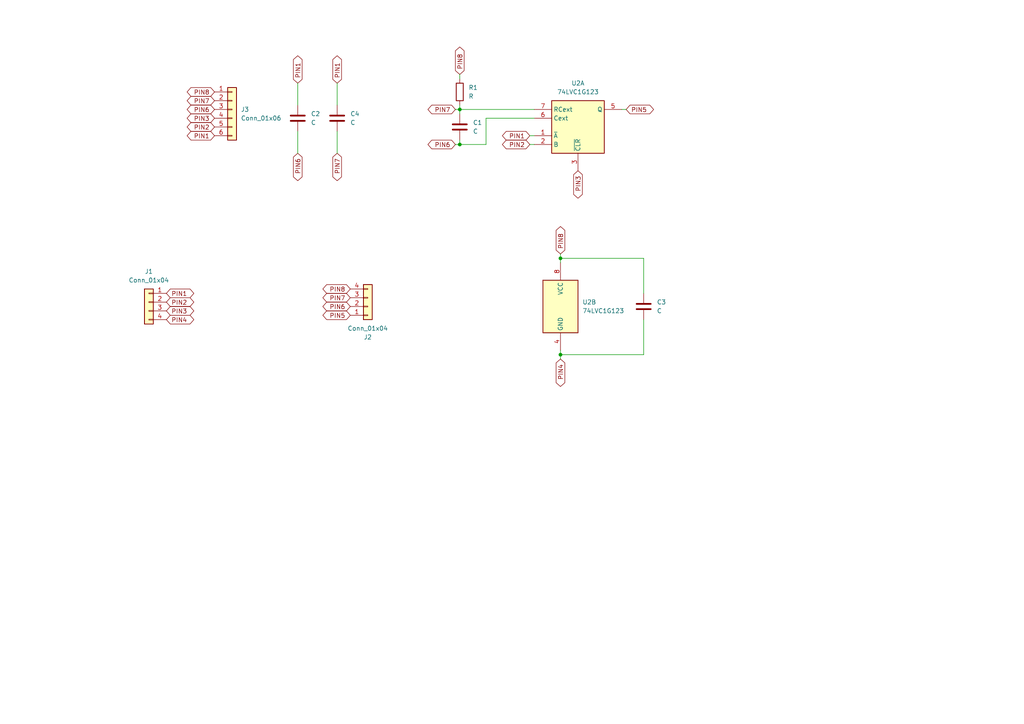
<source format=kicad_sch>
(kicad_sch (version 20250114) (generator "eeschema") (generator_version "9.0")
  (paper "A4")
  (lib_symbols
    (symbol "74xGxx:74LVC1G123"
      (property "Reference" "U" (at -5.08 8.89 0))
      (property "Value" "74LVC1G123" (at 3.81 8.89 0))
      (symbol "74LVC1G123_1_1"
        (rectangle (start -7.62 7.62) (end 7.62 -7.62) (stroke (width 0.254)) (fill (type background)))
        (pin input line (at -12.7 5.08 0) (length 5.08) (name "RCext") (number "7"))
        (pin input line (at -12.7 2.54 0) (length 5.08) (name "Cext") (number "6"))
        (pin input line (at -12.7 -2.54 0) (length 5.08) (name "~{A}") (number "1"))
        (pin input line (at -12.7 -5.08 0) (length 5.08) (name "B") (number "2"))
        (pin input line (at 0 -12.7 90) (length 5.08) (name "~{CLR}") (number "3"))
        (pin output line (at 12.7 5.08 180) (length 5.08) (name "Q") (number "5"))
      )
      (symbol "74LVC1G123_2_1"
        (rectangle (start -5.08 7.62) (end 5.08 -7.62) (stroke (width 0.254)) (fill (type background)))
        (pin power_in line (at 0 12.7 270) (length 5.08) (name "VCC") (number "8"))
        (pin power_in line (at 0 -12.7 90) (length 5.08) (name "GND") (number "4"))
      )
    )
    (symbol "Connector_Generic:Conn_01x04" (pin_names (offset 1.016) (hide yes))
      (property "Reference" "J" (at 0 5.08 0))
      (property "Value" "Conn_01x04" (at 0 -7.62 0))
      (symbol "Conn_01x04_1_1"
        (rectangle (start -1.27 3.81) (end 1.27 -6.35) (stroke (width 0.254)) (fill (type background)))
        (rectangle (start -1.27 2.667) (end 0 2.413) (stroke (width 0.1524)))
        (rectangle (start -1.27 0.127) (end 0 -0.127) (stroke (width 0.1524)))
        (rectangle (start -1.27 -2.413) (end 0 -2.667) (stroke (width 0.1524)))
        (rectangle (start -1.27 -4.953) (end 0 -5.207) (stroke (width 0.1524)))
        (pin passive line (at -5.08 2.54 0) (length 3.81) (name "Pin_1") (number "1"))
        (pin passive line (at -5.08 0 0) (length 3.81) (name "Pin_2") (number "2"))
        (pin passive line (at -5.08 -2.54 0) (length 3.81) (name "Pin_3") (number "3"))
        (pin passive line (at -5.08 -5.08 0) (length 3.81) (name "Pin_4") (number "4"))
      )
    )
    (symbol "Connector_Generic:Conn_01x06" (pin_names (offset 1.016) (hide yes))
      (property "Reference" "J" (at 0 7.62 0))
      (property "Value" "Conn_01x06" (at 0 -10.16 0))
      (symbol "Conn_01x06_1_1"
        (rectangle (start -1.27 6.35) (end 1.27 -8.89) (stroke (width 0.254)) (fill (type background)))
        (rectangle (start -1.27 5.207) (end 0 4.953) (stroke (width 0.1524)))
        (rectangle (start -1.27 2.667) (end 0 2.413) (stroke (width 0.1524)))
        (rectangle (start -1.27 0.127) (end 0 -0.127) (stroke (width 0.1524)))
        (rectangle (start -1.27 -2.413) (end 0 -2.667) (stroke (width 0.1524)))
        (rectangle (start -1.27 -4.953) (end 0 -5.207) (stroke (width 0.1524)))
        (rectangle (start -1.27 -7.493) (end 0 -7.747) (stroke (width 0.1524)))
        (pin passive line (at -5.08 5.08 0) (length 3.81) (name "Pin_1") (number "1"))
        (pin passive line (at -5.08 2.54 0) (length 3.81) (name "Pin_2") (number "2"))
        (pin passive line (at -5.08 0 0) (length 3.81) (name "Pin_3") (number "3"))
        (pin passive line (at -5.08 -2.54 0) (length 3.81) (name "Pin_4") (number "4"))
        (pin passive line (at -5.08 -5.08 0) (length 3.81) (name "Pin_5") (number "5"))
        (pin passive line (at -5.08 -7.62 0) (length 3.81) (name "Pin_6") (number "6"))
      )
    )
    (symbol "Device:C" (pin_numbers (hide yes)) (pin_names (offset 0.254))
      (property "Reference" "C" (at 0.635 2.54 0))
      (property "Value" "C" (at 0.635 -2.54 0))
      (symbol "C_0_1"
        (polyline (pts (xy -2.032 0.762) (xy 2.032 0.762)) (stroke (width 0.508)))
        (polyline (pts (xy -2.032 -0.762) (xy 2.032 -0.762)) (stroke (width 0.508)))
      )
      (symbol "C_1_1"
        (pin passive line (at 0 3.81 270) (length 2.794) (name "~") (number "1"))
        (pin passive line (at 0 -3.81 90) (length 2.794) (name "~") (number "2"))
      )
    )
    (symbol "Device:R" (pin_numbers (hide yes)) (pin_names (offset 0))
      (property "Reference" "R" (at 2.032 0 90))
      (property "Value" "R" (at 0 0 90))
      (symbol "R_0_1"
        (rectangle (start -1.016 -2.54) (end 1.016 2.54) (stroke (width 0.254)))
      )
      (symbol "R_1_1"
        (pin passive line (at 0 3.81 270) (length 1.27) (name "~") (number "1"))
        (pin passive line (at 0 -3.81 90) (length 1.27) (name "~") (number "2"))
      )
    )
  )
  (junction (at 162.56 102.87))
  (junction (at 133.35 41.91))
  (junction (at 133.35 31.75))
  (junction (at 162.56 74.93))
  (wire (pts (xy 154.94 31.75) (xy 133.35 31.75)))
  (wire (pts (xy 140.97 41.91) (xy 140.97 34.29)))
  (wire (pts (xy 162.56 101.6) (xy 162.56 102.87)))
  (wire (pts (xy 133.35 21.59) (xy 133.35 22.86)))
  (wire (pts (xy 162.56 102.87) (xy 186.69 102.87)))
  (wire (pts (xy 97.79 38.1) (xy 97.79 44.45)))
  (wire (pts (xy 153.67 41.91) (xy 154.94 41.91)))
  (wire (pts (xy 186.69 74.93) (xy 162.56 74.93)))
  (wire (pts (xy 162.56 74.93) (xy 162.56 76.2)))
  (wire (pts (xy 162.56 102.87) (xy 162.56 104.14)))
  (wire (pts (xy 133.35 31.75) (xy 133.35 33.02)))
  (wire (pts (xy 133.35 41.91) (xy 140.97 41.91)))
  (wire (pts (xy 153.67 39.37) (xy 154.94 39.37)))
  (wire (pts (xy 86.36 38.1) (xy 86.36 44.45)))
  (wire (pts (xy 132.08 41.91) (xy 133.35 41.91)))
  (wire (pts (xy 97.79 24.13) (xy 97.79 30.48)))
  (wire (pts (xy 133.35 30.48) (xy 133.35 31.75)))
  (wire (pts (xy 140.97 34.29) (xy 154.94 34.29)))
  (wire (pts (xy 162.56 73.66) (xy 162.56 74.93)))
  (wire (pts (xy 186.69 102.87) (xy 186.69 92.71)))
  (wire (pts (xy 186.69 85.09) (xy 186.69 74.93)))
  (wire (pts (xy 132.08 31.75) (xy 133.35 31.75)))
  (wire (pts (xy 86.36 24.13) (xy 86.36 30.48)))
  (wire (pts (xy 181.61 31.75) (xy 180.34 31.75)))
  (wire (pts (xy 133.35 40.64) (xy 133.35 41.91)))
  (global_label "PIN7" (shape bidirectional) (at 132.08 31.75 180) (property "Intersheetrefs" "${INTERSHEET_REFS}" (effects (hide yes))))
  (global_label "PIN3" (shape bidirectional) (at 167.64 49.53 270) (property "Intersheetrefs" "${INTERSHEET_REFS}" (effects (hide yes))))
  (global_label "PIN6" (shape bidirectional) (at 101.6 88.9 180) (property "Intersheetrefs" "${INTERSHEET_REFS}" (effects (hide yes))))
  (global_label "PIN2" (shape bidirectional) (at 62.23 36.83 180) (property "Intersheetrefs" "${INTERSHEET_REFS}" (effects (hide yes))))
  (global_label "PIN6" (shape bidirectional) (at 86.36 44.45 270) (property "Intersheetrefs" "${INTERSHEET_REFS}" (effects (hide yes))))
  (global_label "PIN4" (shape bidirectional) (at 48.26 92.71 0) (property "Intersheetrefs" "${INTERSHEET_REFS}" (effects (hide yes))))
  (global_label "PIN6" (shape bidirectional) (at 62.23 31.75 180) (property "Intersheetrefs" "${INTERSHEET_REFS}" (effects (hide yes))))
  (global_label "PIN6" (shape bidirectional) (at 132.08 41.91 180) (property "Intersheetrefs" "${INTERSHEET_REFS}" (effects (hide yes))))
  (global_label "PIN3" (shape bidirectional) (at 62.23 34.29 180) (property "Intersheetrefs" "${INTERSHEET_REFS}" (effects (hide yes))))
  (global_label "PIN7" (shape bidirectional) (at 97.79 44.45 270) (property "Intersheetrefs" "${INTERSHEET_REFS}" (effects (hide yes))))
  (global_label "PIN1" (shape bidirectional) (at 97.79 24.13 90) (property "Intersheetrefs" "${INTERSHEET_REFS}" (effects (hide yes))))
  (global_label "PIN7" (shape bidirectional) (at 101.6 86.36 180) (property "Intersheetrefs" "${INTERSHEET_REFS}" (effects (hide yes))))
  (global_label "PIN1" (shape bidirectional) (at 153.67 39.37 180) (property "Intersheetrefs" "${INTERSHEET_REFS}" (effects (hide yes))))
  (global_label "PIN2" (shape bidirectional) (at 153.67 41.91 180) (property "Intersheetrefs" "${INTERSHEET_REFS}" (effects (hide yes))))
  (global_label "PIN1" (shape bidirectional) (at 48.26 85.09 0) (property "Intersheetrefs" "${INTERSHEET_REFS}" (effects (hide yes))))
  (global_label "PIN3" (shape bidirectional) (at 48.26 90.17 0) (property "Intersheetrefs" "${INTERSHEET_REFS}" (effects (hide yes))))
  (global_label "PIN2" (shape bidirectional) (at 48.26 87.63 0) (property "Intersheetrefs" "${INTERSHEET_REFS}" (effects (hide yes))))
  (global_label "PIN8" (shape bidirectional) (at 162.56 73.66 90) (property "Intersheetrefs" "${INTERSHEET_REFS}" (effects (hide yes))))
  (global_label "PIN8" (shape bidirectional) (at 133.35 21.59 90) (property "Intersheetrefs" "${INTERSHEET_REFS}" (effects (hide yes))))
  (global_label "PIN7" (shape bidirectional) (at 62.23 29.21 180) (property "Intersheetrefs" "${INTERSHEET_REFS}" (effects (hide yes))))
  (global_label "PIN5" (shape bidirectional) (at 181.61 31.75 0) (property "Intersheetrefs" "${INTERSHEET_REFS}" (effects (hide yes))))
  (global_label "PIN1" (shape bidirectional) (at 62.23 39.37 180) (property "Intersheetrefs" "${INTERSHEET_REFS}" (effects (hide yes))))
  (global_label "PIN5" (shape bidirectional) (at 101.6 91.44 180) (property "Intersheetrefs" "${INTERSHEET_REFS}" (effects (hide yes))))
  (global_label "PIN8" (shape bidirectional) (at 62.23 26.67 180) (property "Intersheetrefs" "${INTERSHEET_REFS}" (effects (hide yes))))
  (global_label "PIN8" (shape bidirectional) (at 101.6 83.82 180) (property "Intersheetrefs" "${INTERSHEET_REFS}" (effects (hide yes))))
  (global_label "PIN1" (shape bidirectional) (at 86.36 24.13 90) (property "Intersheetrefs" "${INTERSHEET_REFS}" (effects (hide yes))))
  (global_label "PIN4" (shape bidirectional) (at 162.56 104.14 270) (property "Intersheetrefs" "${INTERSHEET_REFS}" (effects (hide yes))))
  (symbol (lib_id "Device:C") (at 186.69 88.9 180) (unit 1)
    (property "Reference" "C3" (at 190.5 87.6299 0) (effects (justify right)))
    (property "Value" "C" (at 190.5 90.1699 0) (effects (justify right)))
    (property "Footprint" "Capacitor_SMD:C_0805_2012Metric_Pad1.18x1.45mm_HandSolder" (effects (hide yes)))
    (property "Description" "Unpolarized capacitor" (effects (hide yes)))
  )
  (symbol (lib_id "Connector_Generic:Conn_01x04") (at 43.18 87.63 0) (mirror y) (unit 1)
    (property "Reference" "J1" (at 43.18 78.74 0))
    (property "Value" "Conn_01x04" (at 43.18 81.28 0))
    (property "Footprint" "Connector_PinHeader_2.54mm:PinHeader_1x04_P2.54mm_Vertical" (effects (hide yes)))
    (property "Description" "Generic connector, single row, 01x04, script generated (kicad-library-utils/schlib/autogen/connector/)" (effects (hide yes)))
  )
  (symbol (lib_id "74xGxx:74LVC1G123") (at 167.64 36.83 0) (unit 1)
    (property "Reference" "U2" (at 167.64 24.13 0))
    (property "Value" "74LVC1G123" (at 167.64 26.67 0))
    (property "Footprint" "Package_SO:SSOP-8_2.95x2.8mm_P0.65mm" (effects (hide yes)))
    (property "Datasheet" "http://www.ti.com/lit/ds/symlink/sn74lvc1g123.pdf" (effects (hide yes)))
    (property "Description" "Single Retriggerable Monostable Multivibrator, Low-Voltage CMOS" (effects (hide yes)))
  )
  (symbol (lib_id "Device:R") (at 133.35 26.67 180) (unit 1)
    (property "Reference" "R1" (at 135.89 25.3999 0) (effects (justify right)))
    (property "Value" "R" (at 135.89 27.9399 0) (effects (justify right)))
    (property "Footprint" "Resistor_SMD:R_0805_2012Metric_Pad1.20x1.40mm_HandSolder" (effects (hide yes)))
    (property "Description" "Resistor" (effects (hide yes)))
  )
  (symbol (lib_id "Device:C") (at 97.79 34.29 180) (unit 1)
    (property "Reference" "C4" (at 101.6 33.0199 0) (effects (justify right)))
    (property "Value" "C" (at 101.6 35.5599 0) (effects (justify right)))
    (property "Footprint" "Capacitor_SMD:C_0805_2012Metric_Pad1.18x1.45mm_HandSolder" (effects (hide yes)))
    (property "Description" "Unpolarized capacitor" (effects (hide yes)))
  )
  (symbol (lib_id "Device:C") (at 133.35 36.83 180) (unit 1)
    (property "Reference" "C1" (at 137.16 35.5599 0) (effects (justify right)))
    (property "Value" "C" (at 137.16 38.0999 0) (effects (justify right)))
    (property "Footprint" "Capacitor_SMD:C_0805_2012Metric_Pad1.18x1.45mm_HandSolder" (effects (hide yes)))
    (property "Description" "Unpolarized capacitor" (effects (hide yes)))
  )
  (symbol (lib_id "74xGxx:74LVC1G123") (at 162.56 88.9 0) (unit 2)
    (property "Reference" "U2" (at 168.91 87.6299 0) (effects (justify left)))
    (property "Value" "74LVC1G123" (at 168.91 90.1699 0) (effects (justify left)))
    (property "Footprint" "Package_SO:SSOP-8_2.95x2.8mm_P0.65mm" (effects (hide yes)))
    (property "Datasheet" "http://www.ti.com/lit/ds/symlink/sn74lvc1g123.pdf" (effects (hide yes)))
    (property "Description" "Single Retriggerable Monostable Multivibrator, Low-Voltage CMOS" (effects (hide yes)))
  )
  (symbol (lib_id "Device:C") (at 86.36 34.29 180) (unit 1)
    (property "Reference" "C2" (at 90.17 33.0199 0) (effects (justify right)))
    (property "Value" "C" (at 90.17 35.5599 0) (effects (justify right)))
    (property "Footprint" "Capacitor_SMD:C_0805_2012Metric_Pad1.18x1.45mm_HandSolder" (effects (hide yes)))
    (property "Description" "Unpolarized capacitor" (effects (hide yes)))
  )
  (symbol (lib_id "Connector_Generic:Conn_01x04") (at 106.68 88.9 0) (mirror x) (unit 1)
    (property "Reference" "J2" (at 106.68 97.79 0))
    (property "Value" "Conn_01x04" (at 106.68 95.25 0))
    (property "Footprint" "Connector_PinHeader_2.54mm:PinHeader_1x04_P2.54mm_Vertical" (effects (hide yes)))
    (property "Description" "Generic connector, single row, 01x04, script generated (kicad-library-utils/schlib/autogen/connector/)" (effects (hide yes)))
  )
  (symbol (lib_id "Connector_Generic:Conn_01x06") (at 67.31 31.75 0) (unit 1)
    (property "Reference" "J3" (at 69.85 31.7499 0) (effects (justify left)))
    (property "Value" "Conn_01x06" (at 69.85 34.2899 0) (effects (justify left)))
    (property "Footprint" "Package_TO_SOT_SMD:SOT-23-6_Handsoldering" (effects (hide yes)))
    (property "Description" "Generic connector, single row, 01x06, script generated (kicad-library-utils/schlib/autogen/connector/)" (effects (hide yes)))
  )
)
</source>
